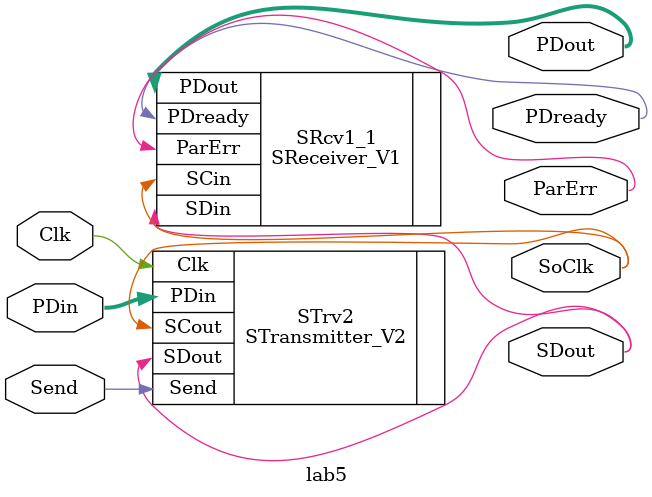
<source format=v>
module lab5
(
	input wire Clk, Send,
	input wire [7:0] PDin,
	output wire [7:0] PDout, 
	output wire PDready, SoClk, SDout, ParErr
);

//waveform lab5
//STransmitter_V1 STrv1(.Clk(Clk), .Send(Send), .PDin(PDin), .SCout(SoClk), .SDout(SDout));
//SReceiver_V1 SRcv1_1(.SCin(SoClk), .SDin(SDout), .PDout(PDout), .PDready(PDready), .ParErr(ParErr));


//waveform lab5part2
STransmitter_V2 STrv2(.Clk(Clk), .Send(Send), .PDin(PDin), .SCout(SoClk), .SDout(SDout));
SReceiver_V1 SRcv1_1(.SCin(SoClk), .SDin(SDout), .PDout(PDout), .PDready(PDready), .ParErr(ParErr));



endmodule 
</source>
